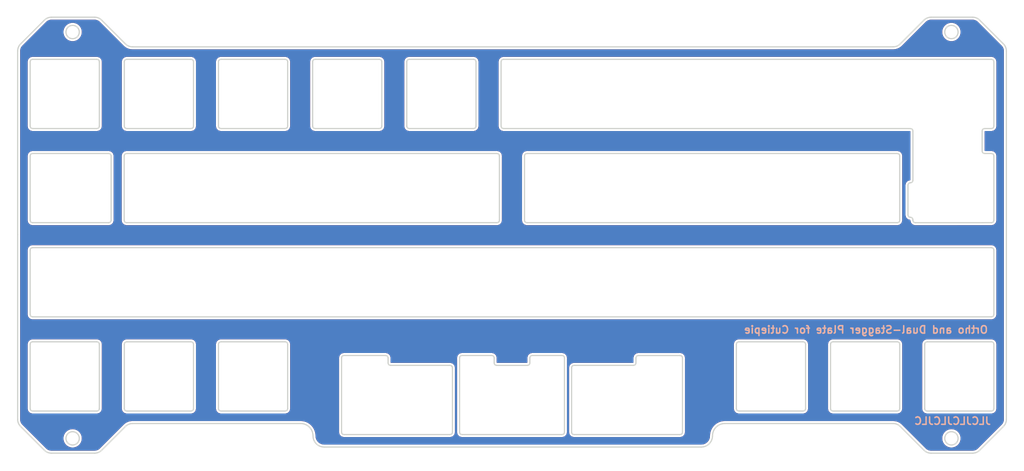
<source format=kicad_pcb>
(kicad_pcb (version 20221018) (generator pcbnew)
  (layers (0 "F.Cu" signal) (31 "B.Cu" signal) (34 "B.Paste" user) (35 "F.Paste" user) (36 "B.SilkS" user "B.Silkscreen") (37 "F.SilkS" user "F.Silkscreen") (38 "B.Mask" user) (39 "F.Mask" user) (44 "Edge.Cuts" user))
  (net 0 "")
  (gr_line (start 144.517818 48.222145) (end 144.517818 61.222145) (stroke (width 0.25)) (layer "Edge.Cuts"))
  (gr_curve (pts (xy 229.742622 104.872145) (xy 230.018765 104.872145) (xy 230.242622 105.096003) (xy 230.242622 105.372145)) (stroke (width 0.25)) (layer "Edge.Cuts"))
  (gr_line (start 149.255899 67.272145) (end 149.255899 80.272145) (stroke (width 0.25)) (layer "Edge.Cuts"))
  (gr_line (start 58.620587 127.396982) (end 67.363735 127.397074) (stroke (width 0.25)) (layer "Edge.Cuts"))
  (gr_curve (pts (xy 67.363735 127.397074) (xy 67.894168 127.397079) (xy 68.402878 127.186371) (xy 68.777955 126.811302)) (stroke (width 0.25)) (layer "Edge.Cuts"))
  (gr_line (start 246.403295 126.813162) (end 251.231805 121.984753) (stroke (width 0.25)) (layer "Edge.Cuts"))
  (gr_line (start 105.917426 118.872145) (end 92.917426 118.872145) (stroke (width 0.25)) (layer "Edge.Cuts"))
  (gr_line (start 232.911372 80.190293) (end 232.911372 80.277293) (stroke (width 0.25)) (layer "Edge.Cuts"))
  (gr_curve (pts (xy 54.318024 67.272145) (xy 54.318024 66.996003) (xy 54.541882 66.772145) (xy 54.818024 66.772145)) (stroke (width 0.25)) (layer "Edge.Cuts"))
  (gr_curve (pts (xy 248.792024 61.722145) (xy 249.068166 61.722145) (xy 249.292024 61.498288) (xy 249.292024 61.222145)) (stroke (width 0.25)) (layer "Edge.Cuts"))
  (gr_line (start 148.693122 109.639793) (end 154.917122 109.639793) (stroke (width 0.25)) (layer "Edge.Cuts"))
  (gr_line (start 73.367818 118.372145) (end 73.367818 105.372145) (stroke (width 0.25)) (layer "Edge.Cuts"))
  (gr_curve (pts (xy 236.571091 39.197246) (xy 236.040658 39.197246) (xy 235.531951 39.40796) (xy 235.156878 39.783032)) (stroke (width 0.25)) (layer "Edge.Cuts"))
  (gr_line (start 197.192622 118.372145) (end 197.192622 105.372145) (stroke (width 0.25)) (layer "Edge.Cuts"))
  (gr_curve (pts (xy 73.842899 80.772145) (xy 73.566757 80.772145) (xy 73.342899 80.548288) (xy 73.342899 80.272145)) (stroke (width 0.25)) (layer "Edge.Cuts"))
  (gr_line (start 124.967818 61.722145) (end 111.967819 61.722145) (stroke (width 0.25)) (layer "Edge.Cuts"))
  (gr_line (start 216.742622 104.872145) (end 229.742622 104.872145) (stroke (width 0.25)) (layer "Edge.Cuts"))
  (gr_line (start 232.911372 62.227293) (end 232.911372 72.190293) (stroke (width 0.25)) (layer "Edge.Cuts"))
  (gr_curve (pts (xy 149.255899 80.272145) (xy 149.255899 80.548288) (xy 149.032041 80.772145) (xy 148.755899 80.772145)) (stroke (width 0.25)) (layer "Edge.Cuts"))
  (gr_line (start 150.092024 61.722145) (end 232.411373 61.722145) (stroke (width 0.25)) (layer "Edge.Cuts"))
  (gr_curve (pts (xy 176.880122 108.139793) (xy 176.880122 107.86365) (xy 177.10398 107.639793) (xy 177.380122 107.639793)) (stroke (width 0.25)) (layer "Edge.Cuts"))
  (gr_line (start 249.292024 86.322223) (end 249.292024 99.322223) (stroke (width 0.25)) (layer "Edge.Cuts"))
  (gr_line (start 244.989537 39.197246) (end 236.571091 39.197246) (stroke (width 0.25)) (layer "Edge.Cuts"))
  (gr_circle (center 240.698852 42.197265) (end 242.048852 42.197265) (stroke (width 0.25)) (fill none) (layer "Edge.Cuts"))
  (gr_line (start 126.730229 108.139793) (end 126.730229 109.134793) (stroke (width 0.25)) (layer "Edge.Cuts"))
  (gr_circle (center 240.698852 124.398871) (end 242.048852 124.398871) (stroke (width 0.25)) (fill none) (layer "Edge.Cuts"))
  (gr_line (start 127.230229 109.634793) (end 139.255229 109.634793) (stroke (width 0.25)) (layer "Edge.Cuts"))
  (gr_line (start 177.380122 107.639793) (end 185.793122 107.639793) (stroke (width 0.25)) (layer "Edge.Cuts"))
  (gr_curve (pts (xy 68.317818 118.372145) (xy 68.317818 118.648288) (xy 68.093961 118.872145) (xy 67.817818 118.872145)) (stroke (width 0.25)) (layer "Edge.Cuts"))
  (gr_curve (pts (xy 162.417122 123.134793) (xy 162.417122 123.410935) (xy 162.193265 123.634793) (xy 161.917122 123.634793)) (stroke (width 0.25)) (layer "Edge.Cuts"))
  (gr_line (start 68.318024 48.222145) (end 68.318024 61.222145) (stroke (width 0.25)) (layer "Edge.Cuts"))
  (gr_curve (pts (xy 154.830024 80.772223) (xy 154.553882 80.772223) (xy 154.330024 80.548365) (xy 154.330024 80.272223)) (stroke (width 0.25)) (layer "Edge.Cuts"))
  (gr_line (start 70.699024 67.272145) (end 70.699024 80.272145) (stroke (width 0.25)) (layer "Edge.Cuts"))
  (gr_curve (pts (xy 235.156422 126.813044) (xy 235.531491 127.188121) (xy 236.040197 127.39884) (xy 236.57063 127.398845)) (stroke (width 0.25)) (layer "Edge.Cuts"))
  (gr_curve (pts (xy 54.317818 105.372145) (xy 54.317818 105.096003) (xy 54.541676 104.872145) (xy 54.817818 104.872145)) (stroke (width 0.25)) (layer "Edge.Cuts"))
  (gr_curve (pts (xy 139.255229 109.634793) (xy 139.531372 109.634793) (xy 139.755229 109.85865) (xy 139.755229 110.134793)) (stroke (width 0.25)) (layer "Edge.Cuts"))
  (gr_line (start 235.156878 39.783032) (end 230.328409 44.611501) (stroke (width 0.25)) (layer "Edge.Cuts"))
  (gr_curve (pts (xy 230.242622 118.372145) (xy 230.242622 118.648288) (xy 230.018765 118.872145) (xy 229.742622 118.872145)) (stroke (width 0.25)) (layer "Edge.Cuts"))
  (gr_line (start 229.742622 118.872145) (end 216.742622 118.872145) (stroke (width 0.25)) (layer "Edge.Cuts"))
  (gr_curve (pts (xy 68.778411 39.783032) (xy 68.403338 39.40796) (xy 67.89463 39.197246) (xy 67.364197 39.197246)) (stroke (width 0.25)) (layer "Edge.Cuts"))
  (gr_curve (pts (xy 154.917122 109.639793) (xy 155.193265 109.639793) (xy 155.417122 109.415935) (xy 155.417122 109.139793)) (stroke (width 0.25)) (layer "Edge.Cuts"))
  (gr_line (start 54.318024 99.322223) (end 54.318024 86.322223) (stroke (width 0.25)) (layer "Edge.Cuts"))
  (gr_curve (pts (xy 141.193122 108.134793) (xy 141.193122 107.85865) (xy 141.41698 107.634793) (xy 141.693122 107.634793)) (stroke (width 0.25)) (layer "Edge.Cuts"))
  (gr_line (start 67.818024 61.722145) (end 54.818024 61.722145) (stroke (width 0.25)) (layer "Edge.Cuts"))
  (gr_line (start 92.417426 61.222145) (end 92.417426 48.222145) (stroke (width 0.25)) (layer "Edge.Cuts"))
  (gr_curve (pts (xy 106.417426 61.222145) (xy 106.417426 61.498288) (xy 106.193568 61.722145) (xy 105.917426 61.722145)) (stroke (width 0.25)) (layer "Edge.Cuts"))
  (gr_line (start 236.57063 127.398845) (end 244.989076 127.398933) (stroke (width 0.25)) (layer "Edge.Cuts"))
  (gr_line (start 73.342899 80.272145) (end 73.342899 67.272145) (stroke (width 0.25)) (layer "Edge.Cuts"))
  (gr_curve (pts (xy 92.417426 105.372145) (xy 92.417426 105.096003) (xy 92.641283 104.872145) (xy 92.917426 104.872145)) (stroke (width 0.25)) (layer "Edge.Cuts"))
  (gr_line (start 148.755899 80.772145) (end 73.842899 80.772145) (stroke (width 0.25)) (layer "Edge.Cuts"))
  (gr_curve (pts (xy 92.917426 61.722145) (xy 92.641283 61.722145) (xy 92.417426 61.498288) (xy 92.417426 61.222145)) (stroke (width 0.25)) (layer "Edge.Cuts"))
  (gr_line (start 87.367818 48.222145) (end 87.367818 61.222145) (stroke (width 0.25)) (layer "Edge.Cuts"))
  (gr_curve (pts (xy 249.292024 67.272223) (xy 249.292024 66.996081) (xy 249.068166 66.772223) (xy 248.792024 66.772223)) (stroke (width 0.25)) (layer "Edge.Cuts"))
  (gr_curve (pts (xy 67.818024 47.722145) (xy 68.094166 47.722145) (xy 68.318024 47.946003) (xy 68.318024 48.222145)) (stroke (width 0.25)) (layer "Edge.Cuts"))
  (gr_curve (pts (xy 124.967818 47.722145) (xy 125.243961 47.722145) (xy 125.467818 47.946003) (xy 125.467818 48.222145)) (stroke (width 0.25)) (layer "Edge.Cuts"))
  (gr_line (start 176.880122 109.134793) (end 176.880122 108.139793) (stroke (width 0.25)) (layer "Edge.Cuts"))
  (gr_line (start 139.755229 110.134793) (end 139.755229 123.134793) (stroke (width 0.25)) (layer "Edge.Cuts"))
  (gr_line (start 154.830024 66.772223) (end 229.742024 66.772223) (stroke (width 0.25)) (layer "Edge.Cuts"))
  (gr_curve (pts (xy 86.867818 104.872145) (xy 87.143961 104.872145) (xy 87.367818 105.096003) (xy 87.367818 105.372145)) (stroke (width 0.25)) (layer "Edge.Cuts"))
  (gr_line (start 51.792622 83.17602) (end 51.792231 120.568484) (stroke (width 0.25)) (layer "Edge.Cuts"))
  (gr_line (start 144.017818 61.722145) (end 131.017819 61.722145) (stroke (width 0.25)) (layer "Edge.Cuts"))
  (gr_curve (pts (xy 141.693122 123.634793) (xy 141.41698 123.634793) (xy 141.193122 123.410935) (xy 141.193122 123.134793)) (stroke (width 0.25)) (layer "Edge.Cuts"))
  (gr_curve (pts (xy 109.045391 121.397293) (xy 110.426103 121.397293) (xy 111.545391 122.516581) (xy 111.545391 123.897293)) (stroke (width 0.25)) (layer "Edge.Cuts"))
  (gr_line (start 249.292229 105.372145) (end 249.292229 118.372145) (stroke (width 0.25)) (layer "Edge.Cuts"))
  (gr_line (start 247.411372 61.722223) (end 248.792024 61.722145) (stroke (width 0.25)) (layer "Edge.Cuts"))
  (gr_curve (pts (xy 73.342899 67.272145) (xy 73.342899 66.996003) (xy 73.566757 66.772145) (xy 73.842899 66.772145)) (stroke (width 0.25)) (layer "Edge.Cuts"))
  (gr_curve (pts (xy 197.692622 118.872145) (xy 197.41648 118.872145) (xy 197.192622 118.648288) (xy 197.192622 118.372145)) (stroke (width 0.25)) (layer "Edge.Cuts"))
  (gr_curve (pts (xy 57.20638 126.811181) (xy 57.581448 127.186258) (xy 58.090154 127.396977) (xy 58.620587 127.396982)) (stroke (width 0.25)) (layer "Edge.Cuts"))
  (gr_line (start 67.364197 39.197246) (end 58.621049 39.197246) (stroke (width 0.25)) (layer "Edge.Cuts"))
  (gr_line (start 73.867819 47.722145) (end 86.867818 47.722145) (stroke (width 0.25)) (layer "Edge.Cuts"))
  (gr_line (start 130.517819 61.222145) (end 130.517819 48.222145) (stroke (width 0.25)) (layer "Edge.Cuts"))
  (gr_line (start 117.817229 107.634793) (end 126.230229 107.634793) (stroke (width 0.25)) (layer "Edge.Cuts"))
  (gr_curve (pts (xy 58.621049 39.197246) (xy 58.090616 39.197246) (xy 57.581908 39.40796) (xy 57.206835 39.783032)) (stroke (width 0.25)) (layer "Edge.Cuts"))
  (gr_curve (pts (xy 73.367819 48.222145) (xy 73.367819 47.946003) (xy 73.591676 47.722145) (xy 73.867819 47.722145)) (stroke (width 0.25)) (layer "Edge.Cuts"))
  (gr_line (start 139.255229 123.634793) (end 117.817229 123.634793) (stroke (width 0.25)) (layer "Edge.Cuts"))
  (gr_curve (pts (xy 232.911372 72.190293) (xy 232.911372 72.466435) (xy 232.687515 72.690293) (xy 232.411372 72.690293)) (stroke (width 0.25)) (layer "Edge.Cuts"))
  (gr_line (start 210.692622 118.872145) (end 197.692622 118.872145) (stroke (width 0.25)) (layer "Edge.Cuts"))
  (gr_curve (pts (xy 147.693122 107.634793) (xy 147.969265 107.634793) (xy 148.193122 107.85865) (xy 148.193122 108.134793)) (stroke (width 0.25)) (layer "Edge.Cuts"))
  (gr_curve (pts (xy 211.192622 118.372145) (xy 211.192622 118.648288) (xy 210.968765 118.872145) (xy 210.692622 118.872145)) (stroke (width 0.25)) (layer "Edge.Cuts"))
  (gr_line (start 148.193122 108.134793) (end 148.193122 109.139793) (stroke (width 0.25)) (layer "Edge.Cuts"))
  (gr_line (start 211.192622 105.372145) (end 211.192622 118.372145) (stroke (width 0.25)) (layer "Edge.Cuts"))
  (gr_line (start 186.293122 108.134793) (end 186.293122 123.134793) (stroke (width 0.25)) (layer "Edge.Cuts"))
  (gr_line (start 141.693122 107.634793) (end 147.693122 107.634793) (stroke (width 0.25)) (layer "Edge.Cuts"))
  (gr_line (start 106.417426 48.222145) (end 106.417426 61.222145) (stroke (width 0.25)) (layer "Edge.Cuts"))
  (gr_curve (pts (xy 249.292229 118.372145) (xy 249.292229 118.648288) (xy 249.068372 118.872145) (xy 248.792229 118.872145)) (stroke (width 0.25)) (layer "Edge.Cuts"))
  (gr_line (start 185.793122 107.639793) (end 185.793122 107.634793) (stroke (width 0.25)) (layer "Edge.Cuts"))
  (gr_curve (pts (xy 111.545391 123.897293) (xy 111.545391 125.146408) (xy 112.557999 126.159016) (xy 113.807114 126.159016)) (stroke (width 0.25)) (layer "Edge.Cuts"))
  (gr_curve (pts (xy 251.231805 121.984753) (xy 251.606882 121.609684) (xy 251.817601 121.100978) (xy 251.817607 120.570545)) (stroke (width 0.25)) (layer "Edge.Cuts"))
  (gr_curve (pts (xy 92.917426 118.872145) (xy 92.641283 118.872145) (xy 92.417426 118.648288) (xy 92.417426 118.372145)) (stroke (width 0.25)) (layer "Edge.Cuts"))
  (gr_line (start 162.417122 108.134793) (end 162.417122 123.134793) (stroke (width 0.25)) (layer "Edge.Cuts"))
  (gr_line (start 216.242622 118.372145) (end 216.242622 105.372145) (stroke (width 0.25)) (layer "Edge.Cuts"))
  (gr_curve (pts (xy 52.378408 44.611459) (xy 52.003335 44.986532) (xy 51.792622 45.49524) (xy 51.792622 46.025673)) (stroke (width 0.25)) (layer "Edge.Cuts"))
  (gr_line (start 67.817818 118.872145) (end 54.817818 118.872145) (stroke (width 0.25)) (layer "Edge.Cuts"))
  (gr_line (start 117.317229 123.134793) (end 117.317229 108.134793) (stroke (width 0.25)) (layer "Edge.Cuts"))
  (gr_curve (pts (xy 126.730229 109.134793) (xy 126.730229 109.410935) (xy 126.954087 109.634793) (xy 127.230229 109.634793)) (stroke (width 0.25)) (layer "Edge.Cuts"))
  (gr_curve (pts (xy 149.592024 61.222145) (xy 149.592024 61.498288) (xy 149.815882 61.722145) (xy 150.092024 61.722145)) (stroke (width 0.25)) (layer "Edge.Cuts"))
  (gr_line (start 74.996337 121.397293) (end 109.045391 121.397293) (stroke (width 0.25)) (layer "Edge.Cuts"))
  (gr_line (start 54.318024 80.272145) (end 54.318024 67.272145) (stroke (width 0.25)) (layer "Edge.Cuts"))
  (gr_curve (pts (xy 117.817229 123.634793) (xy 117.541087 123.634793) (xy 117.317229 123.410935) (xy 117.317229 123.134793)) (stroke (width 0.25)) (layer "Edge.Cuts"))
  (gr_curve (pts (xy 86.867818 47.722145) (xy 87.143961 47.722145) (xy 87.367818 47.946003) (xy 87.367818 48.222145)) (stroke (width 0.25)) (layer "Edge.Cuts"))
  (gr_curve (pts (xy 126.230229 107.639793) (xy 126.506372 107.639793) (xy 126.730229 107.86365) (xy 126.730229 108.139793)) (stroke (width 0.25)) (layer "Edge.Cuts"))
  (gr_line (start 235.292229 118.372145) (end 235.292229 105.372145) (stroke (width 0.25)) (layer "Edge.Cuts"))
  (gr_curve (pts (xy 235.292229 105.372145) (xy 235.292229 105.096003) (xy 235.516087 104.872145) (xy 235.792229 104.872145)) (stroke (width 0.25)) (layer "Edge.Cuts"))
  (gr_curve (pts (xy 230.328409 44.611501) (xy 229.953336 44.986574) (xy 229.444628 45.197288) (xy 228.914195 45.197288)) (stroke (width 0.25)) (layer "Edge.Cuts"))
  (gr_line (start 106.417426 105.372145) (end 106.417426 118.372145) (stroke (width 0.25)) (layer "Edge.Cuts"))
  (gr_curve (pts (xy 231.911372 79.190293) (xy 231.911372 79.466435) (xy 232.13523 79.690293) (xy 232.411372 79.690293)) (stroke (width 0.25)) (layer "Edge.Cuts"))
  (gr_curve (pts (xy 244.989076 127.398933) (xy 245.519509 127.398939) (xy 246.028219 127.188231) (xy 246.403295 126.813162)) (stroke (width 0.25)) (layer "Edge.Cuts"))
  (gr_curve (pts (xy 73.606442 121.982917) (xy 73.975562 121.613805) (xy 74.474367 121.403636) (xy 74.996337 121.397293)) (stroke (width 0.25)) (layer "Edge.Cuts"))
  (gr_curve (pts (xy 232.911372 80.277293) (xy 232.911372 80.553435) (xy 233.13523 80.777293) (xy 233.411372 80.777293)) (stroke (width 0.25)) (layer "Edge.Cuts"))
  (gr_curve (pts (xy 251.818005 46.025706) (xy 251.818003 45.495272) (xy 251.607286 44.986564) (xy 251.232211 44.611492)) (stroke (width 0.25)) (layer "Edge.Cuts"))
  (gr_curve (pts (xy 67.817818 104.872145) (xy 68.093961 104.872145) (xy 68.317818 105.096003) (xy 68.317818 105.372145)) (stroke (width 0.25)) (layer "Edge.Cuts"))
  (gr_curve (pts (xy 246.403751 39.783032) (xy 246.028678 39.40796) (xy 245.51997 39.197246) (xy 244.989537 39.197246)) (stroke (width 0.25)) (layer "Edge.Cuts"))
  (gr_line (start 248.792024 47.722145) (end 150.092024 47.722145) (stroke (width 0.25)) (layer "Edge.Cuts"))
  (gr_line (start 73.606838 44.61146) (end 68.778411 39.783032) (stroke (width 0.25)) (layer "Edge.Cuts"))
  (gr_curve (pts (xy 232.411372 61.727293) (xy 232.687515 61.727293) (xy 232.911372 61.95115) (xy 232.911372 62.227293)) (stroke (width 0.25)) (layer "Edge.Cuts"))
  (gr_line (start 86.867818 61.722145) (end 73.867819 61.722145) (stroke (width 0.25)) (layer "Edge.Cuts"))
  (gr_curve (pts (xy 111.967819 61.722145) (xy 111.691676 61.722145) (xy 111.467819 61.498288) (xy 111.467819 61.222145)) (stroke (width 0.25)) (layer "Edge.Cuts"))
  (gr_curve (pts (xy 73.867818 118.872145) (xy 73.591676 118.872145) (xy 73.367818 118.648288) (xy 73.367818 118.372145)) (stroke (width 0.25)) (layer "Edge.Cuts"))
  (gr_line (start 68.317818 105.372145) (end 68.317818 118.372145) (stroke (width 0.25)) (layer "Edge.Cuts"))
  (gr_line (start 105.917426 61.722145) (end 92.917426 61.722145) (stroke (width 0.25)) (layer "Edge.Cuts"))
  (gr_line (start 185.793122 123.634793) (end 164.355122 123.634793) (stroke (width 0.25)) (layer "Edge.Cuts"))
  (gr_line (start 249.292024 80.272223) (end 249.292024 67.272223) (stroke (width 0.25)) (layer "Edge.Cuts"))
  (gr_line (start 52.378003 121.982703) (end 57.20638 126.811181) (stroke (width 0.25)) (layer "Edge.Cuts"))
  (gr_line (start 235.792229 104.872145) (end 248.792229 104.872145) (stroke (width 0.25)) (layer "Edge.Cuts"))
  (gr_curve (pts (xy 106.417426 118.372145) (xy 106.417426 118.648288) (xy 106.193568 118.872145) (xy 105.917426 118.872145)) (stroke (width 0.25)) (layer "Edge.Cuts"))
  (gr_circle (center 62.911163 124.399145) (end 64.261163 124.399145) (stroke (width 0.25)) (fill none) (layer "Edge.Cuts"))
  (gr_curve (pts (xy 70.699024 80.272145) (xy 70.699024 80.548288) (xy 70.475166 80.772145) (xy 70.199024 80.772145)) (stroke (width 0.25)) (layer "Edge.Cuts"))
  (gr_line (start 54.818024 47.722145) (end 67.818024 47.722145) (stroke (width 0.25)) (layer "Edge.Cuts"))
  (gr_curve (pts (xy 246.911372 62.222223) (xy 246.911372 61.946081) (xy 247.13523 61.722223) (xy 247.411372 61.722223)) (stroke (width 0.25)) (layer "Edge.Cuts"))
  (gr_curve (pts (xy 148.193122 109.139793) (xy 148.193122 109.415935) (xy 148.41698 109.639793) (xy 148.693122 109.639793)) (stroke (width 0.25)) (layer "Edge.Cuts"))
  (gr_line (start 126.230229 107.634793) (end 126.230229 107.639793) (stroke (width 0.25)) (layer "Edge.Cuts"))
  (gr_line (start 229.742024 80.772223) (end 154.830024 80.772223) (stroke (width 0.25)) (layer "Edge.Cuts"))
  (gr_curve (pts (xy 228.912399 121.397344) (xy 229.442839 121.397345) (xy 229.951552 121.608065) (xy 230.326625 121.983146)) (stroke (width 0.25)) (layer "Edge.Cuts"))
  (gr_line (start 249.292024 61.222145) (end 249.292024 48.222145) (stroke (width 0.25)) (layer "Edge.Cuts"))
  (gr_curve (pts (xy 161.917122 107.634793) (xy 162.193265 107.634793) (xy 162.417122 107.85865) (xy 162.417122 108.134793)) (stroke (width 0.25)) (layer "Edge.Cuts"))
  (gr_line (start 231.911372 73.190293) (end 231.911372 79.190293) (stroke (width 0.25)) (layer "Edge.Cuts"))
  (gr_line (start 251.817607 120.570545) (end 251.818005 46.025706) (stroke (width 0.25)) (layer "Edge.Cuts"))
  (gr_line (start 92.917426 104.872145) (end 105.917426 104.872145) (stroke (width 0.25)) (layer "Edge.Cuts"))
  (gr_line (start 73.867818 104.872145) (end 86.867818 104.872145) (stroke (width 0.25)) (layer "Edge.Cuts"))
  (gr_curve (pts (xy 111.467819 48.222145) (xy 111.467819 47.946003) (xy 111.691676 47.722145) (xy 111.967819 47.722145)) (stroke (width 0.25)) (layer "Edge.Cuts"))
  (gr_curve (pts (xy 139.755229 123.134793) (xy 139.755229 123.410935) (xy 139.531372 123.634793) (xy 139.255229 123.634793)) (stroke (width 0.25)) (layer "Edge.Cuts"))
  (gr_curve (pts (xy 197.192622 105.372145) (xy 197.192622 105.096003) (xy 197.41648 104.872145) (xy 197.692622 104.872145)) (stroke (width 0.25)) (layer "Edge.Cuts"))
  (gr_line (start 233.411372 80.777293) (end 248.792024 80.772223) (stroke (width 0.25)) (layer "Edge.Cuts"))
  (gr_line (start 141.193122 123.134793) (end 141.193122 108.134793) (stroke (width 0.25)) (layer "Edge.Cuts"))
  (gr_line (start 155.917122 107.634793) (end 161.917122 107.634793) (stroke (width 0.25)) (layer "Edge.Cuts"))
  (gr_line (start 68.777955 126.811302) (end 73.606442 121.982917) (stroke (width 0.25)) (layer "Edge.Cuts"))
  (gr_line (start 54.318024 61.222145) (end 54.318024 48.222145) (stroke (width 0.25)) (layer "Edge.Cuts"))
  (gr_curve (pts (xy 73.367818 105.372145) (xy 73.367818 105.096003) (xy 73.591676 104.872145) (xy 73.867818 104.872145)) (stroke (width 0.25)) (layer "Edge.Cuts"))
  (gr_curve (pts (xy 216.742622 118.872145) (xy 216.46648 118.872145) (xy 216.242622 118.648288) (xy 216.242622 118.372145)) (stroke (width 0.25)) (layer "Edge.Cuts"))
  (gr_line (start 57.206835 39.783032) (end 52.378408 44.611459) (stroke (width 0.25)) (layer "Edge.Cuts"))
  (gr_curve (pts (xy 92.417426 48.222145) (xy 92.417426 47.946003) (xy 92.641283 47.722145) (xy 92.917426 47.722145)) (stroke (width 0.25)) (layer "Edge.Cuts"))
  (gr_line (start 111.467819 61.222145) (end 111.467819 48.222145) (stroke (width 0.25)) (layer "Edge.Cuts"))
  (gr_line (start 246.911372 66.272223) (end 246.911372 62.222223) (stroke (width 0.25)) (layer "Edge.Cuts"))
  (gr_curve (pts (xy 249.292024 48.222145) (xy 249.292024 47.946003) (xy 249.068166 47.722145) (xy 248.792024 47.722145)) (stroke (width 0.25)) (layer "Edge.Cuts"))
  (gr_curve (pts (xy 192.363342 123.897289) (xy 192.363344 122.516578) (xy 193.482634 121.397291) (xy 194.863345 121.397293)) (stroke (width 0.25)) (layer "Edge.Cuts"))
  (gr_curve (pts (xy 176.380122 109.634793) (xy 176.656265 109.634793) (xy 176.880122 109.410935) (xy 176.880122 109.134793)) (stroke (width 0.25)) (layer "Edge.Cuts"))
  (gr_curve (pts (xy 229.742024 66.772223) (xy 230.018166 66.772223) (xy 230.242024 66.996081) (xy 230.242024 67.272223)) (stroke (width 0.25)) (layer "Edge.Cuts"))
  (gr_curve (pts (xy 54.318024 48.222145) (xy 54.318024 47.946003) (xy 54.541882 47.722145) (xy 54.818024 47.722145)) (stroke (width 0.25)) (layer "Edge.Cuts"))
  (gr_line (start 154.330024 80.272223) (end 154.330024 67.272223) (stroke (width 0.25)) (layer "Edge.Cuts"))
  (gr_circle (center 62.911163 42.197246) (end 64.261163 42.197246) (stroke (width 0.25)) (fill none) (layer "Edge.Cuts"))
  (gr_curve (pts (xy 54.817818 118.872145) (xy 54.541676 118.872145) (xy 54.317818 118.648288) (xy 54.317818 118.372145)) (stroke (width 0.25)) (layer "Edge.Cuts"))
  (gr_curve (pts (xy 117.317229 108.134793) (xy 117.317229 107.85865) (xy 117.541087 107.634793) (xy 117.817229 107.634793)) (stroke (width 0.25)) (layer "Edge.Cuts"))
  (gr_line (start 111.967819 47.722145) (end 124.967818 47.722145) (stroke (width 0.25)) (layer "Edge.Cuts"))
  (gr_curve (pts (xy 163.855122 110.134793) (xy 163.855122 109.85865) (xy 164.07898 109.634793) (xy 164.355122 109.634793)) (stroke (width 0.25)) (layer "Edge.Cuts"))
  (gr_line (start 51.792622 46.025673) (end 51.792622 83.17602) (stroke (width 0.25)) (layer "Edge.Cuts"))
  (gr_line (start 230.242622 105.372145) (end 230.242622 118.372145) (stroke (width 0.25)) (layer "Edge.Cuts"))
  (gr_curve (pts (xy 185.793122 107.634793) (xy 186.069265 107.634793) (xy 186.293122 107.85865) (xy 186.293122 108.134793)) (stroke (width 0.25)) (layer "Edge.Cuts"))
  (gr_curve (pts (xy 235.792229 118.872145) (xy 235.516087 118.872145) (xy 235.292229 118.648288) (xy 235.292229 118.372145)) (stroke (width 0.25)) (layer "Edge.Cuts"))
  (gr_curve (pts (xy 154.330024 67.272223) (xy 154.330024 66.996081) (xy 154.553882 66.772223) (xy 154.830024 66.772223)) (stroke (width 0.25)) (layer "Edge.Cuts"))
  (gr_curve (pts (xy 232.411372 79.690293) (xy 232.687515 79.690293) (xy 232.911372 79.91415) (xy 232.911372 80.190293)) (stroke (width 0.25)) (layer "Edge.Cuts"))
  (gr_curve (pts (xy 87.367818 61.222145) (xy 87.367818 61.498288) (xy 87.143961 61.722145) (xy 86.867818 61.722145)) (stroke (width 0.25)) (layer "Edge.Cuts"))
  (gr_line (start 230.326625 121.983146) (end 235.156422 126.813044) (stroke (width 0.25)) (layer "Edge.Cuts"))
  (gr_curve (pts (xy 210.692622 104.872145) (xy 210.968765 104.872145) (xy 211.192622 105.096003) (xy 211.192622 105.372145)) (stroke (width 0.25)) (layer "Edge.Cuts"))
  (gr_curve (pts (xy 70.199024 66.772145) (xy 70.475166 66.772145) (xy 70.699024 66.996003) (xy 70.699024 67.272145)) (stroke (width 0.25)) (layer "Edge.Cuts"))
  (gr_line (start 92.917426 47.722145) (end 105.917426 47.722145) (stroke (width 0.25)) (layer "Edge.Cuts"))
  (gr_line (start 197.692622 104.872145) (end 210.692622 104.872145) (stroke (width 0.25)) (layer "Edge.Cuts"))
  (gr_curve (pts (xy 105.917426 104.872145) (xy 106.193568 104.872145) (xy 106.417426 105.096003) (xy 106.417426 105.372145)) (stroke (width 0.25)) (layer "Edge.Cuts"))
  (gr_line (start 92.417426 118.372145) (end 92.417426 105.372145) (stroke (width 0.25)) (layer "Edge.Cuts"))
  (gr_curve (pts (xy 248.792229 104.872145) (xy 249.068372 104.872145) (xy 249.292229 105.096003) (xy 249.292229 105.372145)) (stroke (width 0.25)) (layer "Edge.Cuts"))
  (gr_line (start 228.914195 45.197288) (end 75.021051 45.197246) (stroke (width 0.25)) (layer "Edge.Cuts"))
  (gr_curve (pts (xy 87.367818 118.372145) (xy 87.367818 118.648288) (xy 87.143961 118.872145) (xy 86.867818 118.872145)) (stroke (width 0.25)) (layer "Edge.Cuts"))
  (gr_curve (pts (xy 130.517819 48.222145) (xy 130.517819 47.946003) (xy 130.741676 47.722145) (xy 131.017819 47.722145)) (stroke (width 0.25)) (layer "Edge.Cuts"))
  (gr_curve (pts (xy 144.017818 47.722145) (xy 144.293961 47.722145) (xy 144.517818 47.946003) (xy 144.517818 48.222145)) (stroke (width 0.25)) (layer "Edge.Cuts"))
  (gr_line (start 131.017819 47.722145) (end 144.017818 47.722145) (stroke (width 0.25)) (layer "Edge.Cuts"))
  (gr_curve (pts (xy 54.818024 61.722145) (xy 54.541882 61.722145) (xy 54.318024 61.498288) (xy 54.318024 61.222145)) (stroke (width 0.25)) (layer "Edge.Cuts"))
  (gr_line (start 54.317818 118.372145) (end 54.317818 105.372145) (stroke (width 0.25)) (layer "Edge.Cuts"))
  (gr_curve (pts (xy 248.792024 85.822223) (xy 249.068166 85.822223) (xy 249.292024 86.046081) (xy 249.292024 86.322223)) (stroke (width 0.25)) (layer "Edge.Cuts"))
  (gr_curve (pts (xy 155.417122 108.134793) (xy 155.417122 107.85865) (xy 155.64098 107.634793) (xy 155.917122 107.634793)) (stroke (width 0.25)) (layer "Edge.Cuts"))
  (gr_line (start 161.917122 123.634793) (end 141.693122 123.634793) (stroke (width 0.25)) (layer "Edge.Cuts"))
  (gr_curve (pts (xy 190.101619 126.159016) (xy 191.350722 126.159016) (xy 192.363326 125.146426) (xy 192.363342 123.897322)) (stroke (width 0.25)) (layer "Edge.Cuts"))
  (gr_curve (pts (xy 54.818024 99.822223) (xy 54.541882 99.822223) (xy 54.318024 99.598365) (xy 54.318024 99.322223)) (stroke (width 0.25)) (layer "Edge.Cuts"))
  (gr_line (start 70.199024 80.772145) (end 54.818024 80.772145) (stroke (width 0.25)) (layer "Edge.Cuts"))
  (gr_curve (pts (xy 54.318024 86.322223) (xy 54.318024 86.046081) (xy 54.541882 85.822223) (xy 54.818024 85.822223)) (stroke (width 0.25)) (layer "Edge.Cuts"))
  (gr_curve (pts (xy 148.755899 66.772145) (xy 149.032041 66.772145) (xy 149.255899 66.996003) (xy 149.255899 67.272145)) (stroke (width 0.25)) (layer "Edge.Cuts"))
  (gr_line (start 87.367818 105.372145) (end 87.367818 118.372145) (stroke (width 0.25)) (layer "Edge.Cuts"))
  (gr_curve (pts (xy 68.318024 61.222145) (xy 68.318024 61.498288) (xy 68.094166 61.722145) (xy 67.818024 61.722145)) (stroke (width 0.25)) (layer "Edge.Cuts"))
  (gr_curve (pts (xy 75.021051 45.197246) (xy 74.490619 45.197246) (xy 73.981911 44.986532) (xy 73.606838 44.61146)) (stroke (width 0.25)) (layer "Edge.Cuts"))
  (gr_line (start 125.467818 48.222145) (end 125.467818 61.222145) (stroke (width 0.25)) (layer "Edge.Cuts"))
  (gr_curve (pts (xy 230.242024 80.272223) (xy 230.242024 80.548365) (xy 230.018166 80.772223) (xy 229.742024 80.772223)) (stroke (width 0.25)) (layer "Edge.Cuts"))
  (gr_curve (pts (xy 232.411372 72.690293) (xy 232.13523 72.690293) (xy 231.911372 72.91415) (xy 231.911372 73.190293)) (stroke (width 0.25)) (layer "Edge.Cuts"))
  (gr_line (start 230.242024 67.272223) (end 230.242024 80.272223) (stroke (width 0.25)) (layer "Edge.Cuts"))
  (gr_line (start 194.863345 121.397293) (end 228.912399 121.397344) (stroke (width 0.25)) (layer "Edge.Cuts"))
  (gr_curve (pts (xy 247.411372 66.772223) (xy 247.13523 66.772223) (xy 246.911372 66.548365) (xy 246.911372 66.272223)) (stroke (width 0.25)) (layer "Edge.Cuts"))
  (gr_curve (pts (xy 192.363342 123.897322) (xy 192.363342 123.897311) (xy 192.363342 123.8973) (xy 192.363342 123.897289)) (stroke (width 0.25)) (layer "Edge.Cuts"))
  (gr_line (start 251.232211 44.611492) (end 246.403751 39.783032) (stroke (width 0.25)) (layer "Edge.Cuts"))
  (gr_line (start 149.592024 48.222145) (end 149.592024 61.222145) (stroke (width 0.25)) (layer "Edge.Cuts"))
  (gr_curve (pts (xy 131.017819 61.722145) (xy 130.741676 61.722145) (xy 130.517819 61.498288) (xy 130.517819 61.222145)) (stroke (width 0.25)) (layer "Edge.Cuts"))
  (gr_line (start 113.807114 126.159016) (end 190.101619 126.159016) (stroke (width 0.25)) (layer "Edge.Cuts"))
  (gr_line (start 163.855122 123.134793) (end 163.855122 110.134793) (stroke (width 0.25)) (layer "Edge.Cuts"))
  (gr_line (start 86.867818 118.872145) (end 73.867818 118.872145) (stroke (width 0.25)) (layer "Edge.Cuts"))
  (gr_curve (pts (xy 248.792024 80.772223) (xy 249.068166 80.772223) (xy 249.292024 80.548365) (xy 249.292024 80.272223)) (stroke (width 0.25)) (layer "Edge.Cuts"))
  (gr_line (start 54.818024 85.822223) (end 248.792024 85.822223) (stroke (width 0.25)) (layer "Edge.Cuts"))
  (gr_curve (pts (xy 144.517818 61.222145) (xy 144.517818 61.498288) (xy 144.293961 61.722145) (xy 144.017818 61.722145)) (stroke (width 0.25)) (layer "Edge.Cuts"))
  (gr_curve (pts (xy 150.092024 47.722145) (xy 149.815882 47.722145) (xy 149.592024 47.946003) (xy 149.592024 48.222145)) (stroke (width 0.25)) (layer "Edge.Cuts"))
  (gr_curve (pts (xy 54.818024 80.772145) (xy 54.541882 80.772145) (xy 54.318024 80.548288) (xy 54.318024 80.272145)) (stroke (width 0.25)) (layer "Edge.Cuts"))
  (gr_line (start 73.842899 66.772145) (end 148.755899 66.772145) (stroke (width 0.25)) (layer "Edge.Cuts"))
  (gr_curve (pts (xy 186.293122 123.134793) (xy 186.293122 123.410935) (xy 186.069265 123.634793) (xy 185.793122 123.634793)) (stroke (width 0.25)) (layer "Edge.Cuts"))
  (gr_line (start 248.792024 66.772223) (end 247.411372 66.772223) (stroke (width 0.25)) (layer "Edge.Cuts"))
  (gr_line (start 73.367819 61.222145) (end 73.367819 48.222145) (stroke (width 0.25)) (layer "Edge.Cuts"))
  (gr_curve (pts (xy 73.867819 61.722145) (xy 73.591676 61.722145) (xy 73.367819 61.498288) (xy 73.367819 61.222145)) (stroke (width 0.25)) (layer "Edge.Cuts"))
  (gr_curve (pts (xy 105.917426 47.722145) (xy 106.193568 47.722145) (xy 106.417426 47.946003) (xy 106.417426 48.222145)) (stroke (width 0.25)) (layer "Edge.Cuts"))
  (gr_curve (pts (xy 125.467818 61.222145) (xy 125.467818 61.498288) (xy 125.243961 61.722145) (xy 124.967818 61.722145)) (stroke (width 0.25)) (layer "Edge.Cuts"))
  (gr_curve (pts (xy 249.292024 99.322223) (xy 249.292024 99.598365) (xy 249.068166 99.822223) (xy 248.792024 99.822223)) (stroke (width 0.25)) (layer "Edge.Cuts"))
  (gr_curve (pts (xy 216.242622 105.372145) (xy 216.242622 105.096003) (xy 216.46648 104.872145) (xy 216.742622 104.872145)) (stroke (width 0.25)) (layer "Edge.Cuts"))
  (gr_line (start 54.817818 104.872145) (end 67.817818 104.872145) (stroke (width 0.25)) (layer "Edge.Cuts"))
  (gr_line (start 248.792024 99.822223) (end 54.818024 99.822223) (stroke (width 0.25)) (layer "Edge.Cuts"))
  (gr_line (start 54.818024 66.772145) (end 70.199024 66.772145) (stroke (width 0.25)) (layer "Edge.Cuts"))
  (gr_line (start 155.417122 109.139793) (end 155.417122 108.134793) (stroke (width 0.25)) (layer "Edge.Cuts"))
  (gr_line (start 164.355122 109.634793) (end 176.380122 109.634793) (stroke (width 0.25)) (layer "Edge.Cuts"))
  (gr_curve (pts (xy 51.792231 120.568484) (xy 51.792226 121.098917) (xy 52.002934 121.607627) (xy 52.378003 121.982703)) (stroke (width 0.25)) (layer "Edge.Cuts"))
  (gr_curve (pts (xy 164.355122 123.634793) (xy 164.07898 123.634793) (xy 163.855122 123.410935) (xy 163.855122 123.134793)) (stroke (width 0.25)) (layer "Edge.Cuts"))
  (gr_line (start 248.792229 118.872145) (end 235.792229 118.872145) (stroke (width 0.25)) (layer "Edge.Cuts"))
  (gr_text "Ortho and Dual-Stagger Plate for Cutiepie" (at 248.245521 103.304407) (layer "B.SilkS") (effects (font (size 1.5 1.5) (thickness 0.3) bold) (justify left bottom mirror)))
  (gr_text "JLCJLCJLCJLC" (at 248.840834 121.75911) (layer "B.SilkS") (effects (font (size 1.5 1.5) (thickness 0.3) bold) (justify left bottom mirror)))
  (zone (net 0) (net_name "") (layers "F&B.Cu") (connect_pads (clearance 0.5)) (min_thickness 0.25) (fill yes (thermal_gap 0.5) (thermal_bridge_width 0.5) (island_removal_mode 1) (island_area_min 10))
    (polygon (pts (xy 255.389277 35.71878) (xy 255.389277 130.96886) (xy 48.220353 130.96886) (xy 48.220353 35.71878)))
  )
)
</source>
